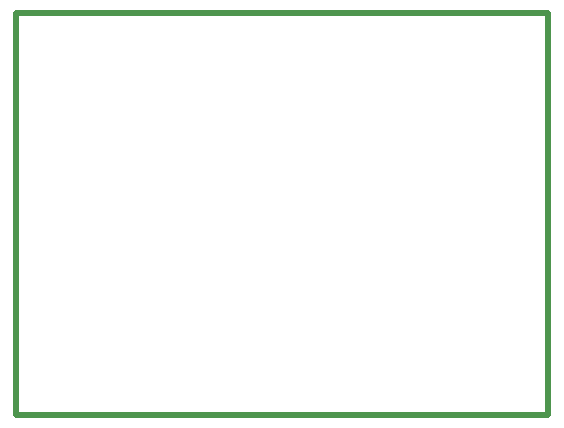
<source format=gm1>
G04 Layer_Color=16711935*
%FSLAX44Y44*%
%MOMM*%
G71*
G01*
G75*
%ADD14C,0.5000*%
D14*
X0Y340000D02*
X450000D01*
Y0D02*
Y340000D01*
X0Y0D02*
X450000D01*
X0D02*
Y340000D01*
M02*

</source>
